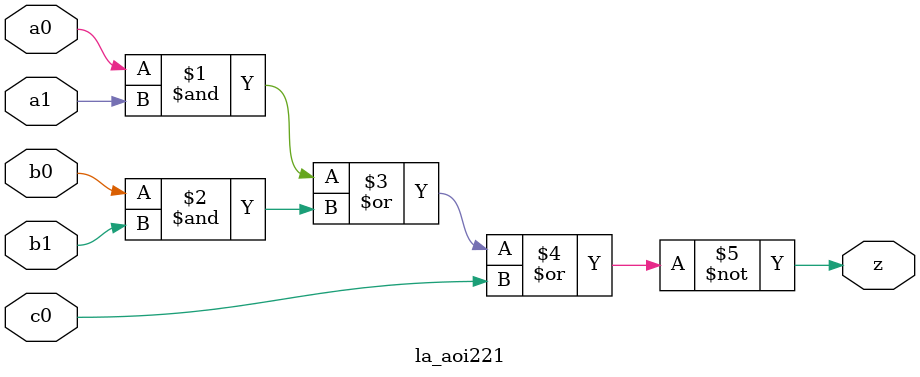
<source format=v>

module la_aoi221 #(
    parameter PROP = "DEFAULT"
) (
    input  a0,
    input  a1,
    input  b0,
    input  b1,
    input  c0,
    output z
);

    assign z = ~((a0 & a1) | (b0 & b1) | c0);

endmodule

</source>
